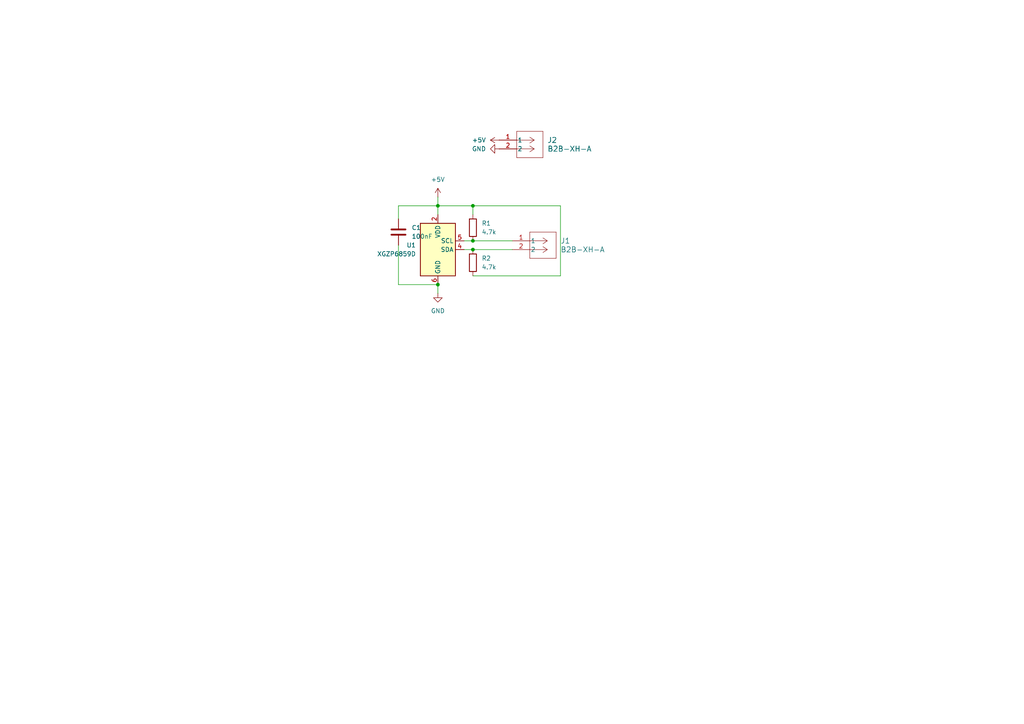
<source format=kicad_sch>
(kicad_sch (version 20250114) (generator "eeschema") (generator_version "9.0")
  (paper "A4")
  (lib_symbols
    (symbol "2026-02-11_14-57-16:B2B-XH-A" (pin_names (offset 0.254))
      (property "Reference" "J" (at 8.89 6.35 0))
      (property "Value" "B2B-XH-A" (at 0 0 0))
      (symbol "B2B-XH-A_1_1"
        (polyline (pts (xy 5.08 2.54) (xy 5.08 -5.08)) (stroke (width 0.127)))
        (polyline (pts (xy 5.08 -5.08) (xy 12.7 -5.08)) (stroke (width 0.127)))
        (polyline (pts (xy 10.16 0) (xy 5.08 0)) (stroke (width 0.127)))
        (polyline (pts (xy 10.16 0) (xy 8.89 0.8467)) (stroke (width 0.127)))
        (polyline (pts (xy 10.16 0) (xy 8.89 -0.8467)) (stroke (width 0.127)))
        (polyline (pts (xy 10.16 -2.54) (xy 5.08 -2.54)) (stroke (width 0.127)))
        (polyline (pts (xy 10.16 -2.54) (xy 8.89 -1.6933)) (stroke (width 0.127)))
        (polyline (pts (xy 10.16 -2.54) (xy 8.89 -3.3867)) (stroke (width 0.127)))
        (polyline (pts (xy 12.7 2.54) (xy 5.08 2.54)) (stroke (width 0.127)))
        (polyline (pts (xy 12.7 -5.08) (xy 12.7 2.54)) (stroke (width 0.127)))
        (pin unspecified line (at 0 0 0) (length 5.08) (name "1") (number "1"))
        (pin unspecified line (at 0 -2.54 0) (length 5.08) (name "2") (number "2"))
      )
      (symbol "B2B-XH-A_1_2"
        (polyline (pts (xy 5.08 2.54) (xy 5.08 -5.08)) (stroke (width 0.127)))
        (polyline (pts (xy 5.08 -5.08) (xy 12.7 -5.08)) (stroke (width 0.127)))
        (polyline (pts (xy 7.62 0) (xy 5.08 0)) (stroke (width 0.127)))
        (polyline (pts (xy 7.62 0) (xy 8.89 0.8467)) (stroke (width 0.127)))
        (polyline (pts (xy 7.62 0) (xy 8.89 -0.8467)) (stroke (width 0.127)))
        (polyline (pts (xy 7.62 -2.54) (xy 5.08 -2.54)) (stroke (width 0.127)))
        (polyline (pts (xy 7.62 -2.54) (xy 8.89 -1.6933)) (stroke (width 0.127)))
        (polyline (pts (xy 7.62 -2.54) (xy 8.89 -3.3867)) (stroke (width 0.127)))
        (polyline (pts (xy 12.7 2.54) (xy 5.08 2.54)) (stroke (width 0.127)))
        (polyline (pts (xy 12.7 -5.08) (xy 12.7 2.54)) (stroke (width 0.127)))
        (pin unspecified line (at 0 0 0) (length 5.08) (name "1") (number "1"))
        (pin unspecified line (at 0 -2.54 0) (length 5.08) (name "2") (number "2"))
      )
    )
    (symbol "Device:C" (pin_numbers (hide yes)) (pin_names (offset 0.254))
      (property "Reference" "C" (at 0.635 2.54 0))
      (property "Value" "C" (at 0.635 -2.54 0))
      (symbol "C_0_1"
        (polyline (pts (xy -2.032 0.762) (xy 2.032 0.762)) (stroke (width 0.508)))
        (polyline (pts (xy -2.032 -0.762) (xy 2.032 -0.762)) (stroke (width 0.508)))
      )
      (symbol "C_1_1"
        (pin passive line (at 0 3.81 270) (length 2.794) (name "~") (number "1"))
        (pin passive line (at 0 -3.81 90) (length 2.794) (name "~") (number "2"))
      )
    )
    (symbol "Device:R" (pin_numbers (hide yes)) (pin_names (offset 0))
      (property "Reference" "R" (at 2.032 0 90))
      (property "Value" "R" (at 0 0 90))
      (symbol "R_0_1"
        (rectangle (start -1.016 -2.54) (end 1.016 2.54) (stroke (width 0.254)))
      )
      (symbol "R_1_1"
        (pin passive line (at 0 3.81 270) (length 1.27) (name "~") (number "1"))
        (pin passive line (at 0 -3.81 90) (length 1.27) (name "~") (number "2"))
      )
    )
    (symbol "Sensor_Pressure:XGZP6859D"
      (property "Reference" "U" (at -5.08 8.89 0))
      (property "Value" "XGZP6859D" (at 1.27 8.89 0))
      (symbol "XGZP6859D_0_1"
        (rectangle (start -5.08 7.62) (end 5.08 -7.62) (stroke (width 0.254)) (fill (type background)))
      )
      (symbol "XGZP6859D_1_0"
        (pin no_connect line (at -5.08 2.54 0) (length 2.54) (hide yes) (name "NC") (number "1"))
        (pin no_connect line (at -5.08 0 0) (length 2.54) (hide yes) (name "NC") (number "3"))
        (pin input line (at 7.62 2.54 180) (length 2.54) (name "SCL") (number "5"))
        (pin bidirectional line (at 7.62 0 180) (length 2.54) (name "SDA") (number "4"))
      )
      (symbol "XGZP6859D_1_1"
        (pin power_in line (at 0 10.16 270) (length 2.54) (name "VDD") (number "2"))
        (pin power_in line (at 0 -10.16 90) (length 2.54) (name "GND") (number "6"))
      )
    )
    (symbol "power:+5V" (power) (pin_numbers (hide yes)) (pin_names (offset 0) (hide yes))
      (property "Value" "+5V" (at 0 3.556 0))
      (symbol "+5V_0_1"
        (polyline (pts (xy -0.762 1.27) (xy 0 2.54)))
        (polyline (pts (xy 0 2.54) (xy 0.762 1.27)))
        (polyline (pts (xy 0 0) (xy 0 2.54)))
      )
      (symbol "+5V_1_1"
        (pin power_in line (at 0 0 90) (length 0) (name "~") (number "1"))
      )
    )
    (symbol "power:GND" (power) (pin_numbers (hide yes)) (pin_names (offset 0) (hide yes))
      (property "Value" "GND" (at 0 -3.81 0))
      (symbol "GND_0_1"
        (polyline (pts (xy 0 0) (xy 0 -1.27) (xy 1.27 -1.27) (xy 0 -2.54) (xy -1.27 -1.27) (xy 0 -1.27)))
      )
      (symbol "GND_1_1"
        (pin power_in line (at 0 0 270) (length 0) (name "~") (number "1"))
      )
    )
  )
  (junction (at 137.16 72.39))
  (junction (at 127 59.69))
  (junction (at 137.16 59.69))
  (junction (at 127 82.55))
  (junction (at 137.16 69.85))
  (wire (pts (xy 134.62 69.85) (xy 137.16 69.85)))
  (wire (pts (xy 127 82.55) (xy 127 85.09)))
  (wire (pts (xy 137.16 59.69) (xy 127 59.69)))
  (wire (pts (xy 127 57.15) (xy 127 59.69)))
  (wire (pts (xy 115.57 59.69) (xy 115.57 63.5)))
  (wire (pts (xy 137.16 72.39) (xy 148.59 72.39)))
  (wire (pts (xy 134.62 72.39) (xy 137.16 72.39)))
  (wire (pts (xy 137.16 69.85) (xy 148.59 69.85)))
  (wire (pts (xy 137.16 62.23) (xy 137.16 59.69)))
  (wire (pts (xy 162.56 80.01) (xy 162.56 59.69)))
  (wire (pts (xy 127 59.69) (xy 115.57 59.69)))
  (wire (pts (xy 115.57 82.55) (xy 127 82.55)))
  (wire (pts (xy 127 59.69) (xy 127 62.23)))
  (wire (pts (xy 162.56 59.69) (xy 137.16 59.69)))
  (wire (pts (xy 115.57 71.12) (xy 115.57 82.55)))
  (wire (pts (xy 137.16 80.01) (xy 162.56 80.01)))
  (symbol (lib_id "Device:R") (at 137.16 66.04 0) (unit 1)
    (property "Reference" "R1" (at 139.7 64.7699 0) (effects (justify left)))
    (property "Value" "4.7k" (at 139.7 67.3099 0) (effects (justify left)))
    (property "Footprint" "footprints:RESC1005X40N" (effects (hide yes)))
    (property "Description" "Resistor" (effects (hide yes)))
  )
  (symbol (lib_id "Sensor_Pressure:XGZP6859D") (at 127 72.39 0) (unit 1)
    (property "Reference" "U1" (at 120.65 71.1199 0) (effects (justify right)))
    (property "Value" "XGZP6859D" (at 120.65 73.6599 0) (effects (justify right)))
    (property "Footprint" "Sensor_Pressure:CFSensor_XGZP6859D_7x7mm" (effects (hide yes)))
    (property "Datasheet" "https://cfsensor.com/wp-content/uploads/2025/02/XGZP6859D-Pressure-Sensor-V2.8.pdf" (effects (hide yes)))
    (property "Description" "I2C pressure sensor, 24-bit, 2.5..5.5V supply" (effects (hide yes)))
  )
  (symbol (lib_id "Device:R") (at 137.16 76.2 0) (unit 1)
    (property "Reference" "R2" (at 139.7 74.9299 0) (effects (justify left)))
    (property "Value" "4.7k" (at 139.7 77.4699 0) (effects (justify left)))
    (property "Footprint" "footprints:RESC1005X40N" (effects (hide yes)))
    (property "Description" "Resistor" (effects (hide yes)))
  )
  (symbol (lib_id "2026-02-11_14-57-16:B2B-XH-A") (at 148.59 69.85 0) (unit 1)
    (property "Reference" "J1" (at 162.56 69.8499 0) (effects (font (size 1.524 1.524)) (justify left)))
    (property "Value" "B2B-XH-A" (at 162.56 72.3899 0) (effects (font (size 1.524 1.524)) (justify left)))
    (property "Footprint" "CONN_B2B-XH-A_JST" (effects (hide yes)))
    (property "Datasheet" "B2B-XH-A" (effects (hide yes)))
  )
  (symbol (lib_id "power:+5V") (at 127 57.15 0) (unit 1)
    (property "Reference" "#PWR01" (effects (hide yes)))
    (property "Value" "+5V" (at 127 52.07 0))
    (property "Description" "Power symbol creates a global label with name \"+5V\"" (effects (hide yes)))
  )
  (symbol (lib_id "power:+5V") (at 144.78 40.64 90) (unit 1)
    (property "Reference" "#PWR04" (effects (hide yes)))
    (property "Value" "+5V" (at 140.97 40.6399 90) (effects (justify left)))
    (property "Description" "Power symbol creates a global label with name \"+5V\"" (effects (hide yes)))
  )
  (symbol (lib_id "Device:C") (at 115.57 67.31 0) (unit 1)
    (property "Reference" "C1" (at 119.38 66.0399 0) (effects (justify left)))
    (property "Value" "100nF" (at 119.38 68.5799 0) (effects (justify left)))
    (property "Footprint" "footprints:WCAP-ATUL_6.3X11_DXL_" (effects (hide yes)))
    (property "Description" "Unpolarized capacitor" (effects (hide yes)))
  )
  (symbol (lib_id "power:GND") (at 127 85.09 0) (unit 1)
    (property "Reference" "#PWR02" (effects (hide yes)))
    (property "Value" "GND" (at 127 90.17 0))
    (property "Description" "Power symbol creates a global label with name \"GND\" , ground" (effects (hide yes)))
  )
  (symbol (lib_id "power:GND") (at 144.78 43.18 270) (unit 1)
    (property "Reference" "#PWR03" (effects (hide yes)))
    (property "Value" "GND" (at 140.97 43.1799 90) (effects (justify right)))
    (property "Description" "Power symbol creates a global label with name \"GND\" , ground" (effects (hide yes)))
  )
  (symbol (lib_id "2026-02-11_14-57-16:B2B-XH-A") (at 144.78 40.64 0) (unit 1)
    (property "Reference" "J2" (at 158.75 40.6399 0) (effects (font (size 1.524 1.524)) (justify left)))
    (property "Value" "B2B-XH-A" (at 158.75 43.1799 0) (effects (font (size 1.524 1.524)) (justify left)))
    (property "Footprint" "CONN_B2B-XH-A_JST" (effects (hide yes)))
    (property "Datasheet" "B2B-XH-A" (effects (hide yes)))
  )
)
</source>
